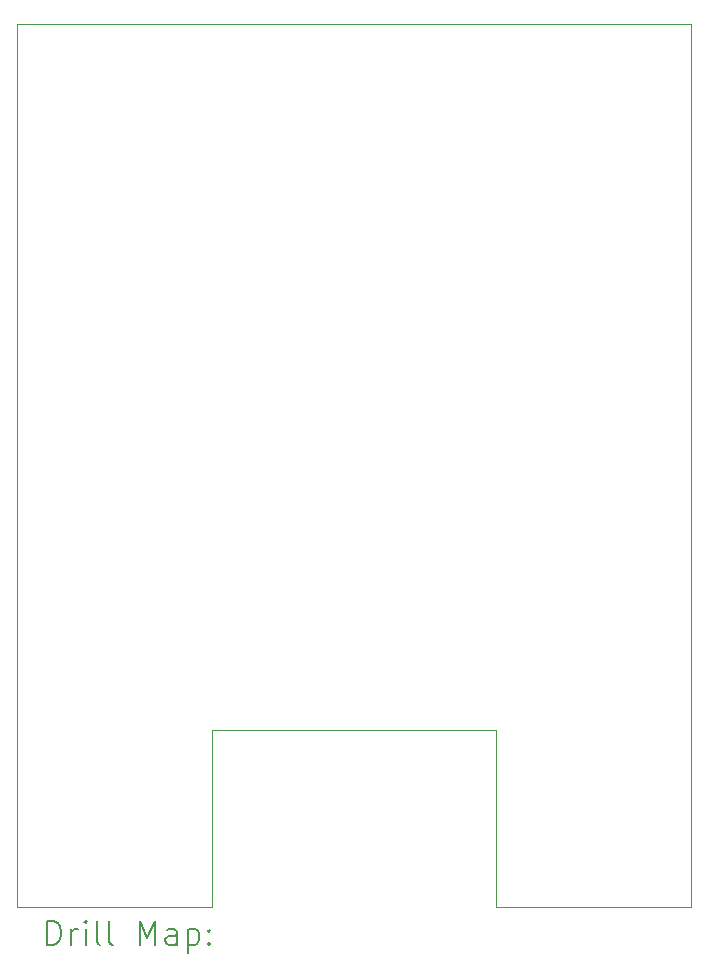
<source format=gbr>
%FSLAX45Y45*%
G04 Gerber Fmt 4.5, Leading zero omitted, Abs format (unit mm)*
G04 Created by KiCad (PCBNEW (6.0.4)) date 2022-04-21 02:31:55*
%MOMM*%
%LPD*%
G01*
G04 APERTURE LIST*
%TA.AperFunction,Profile*%
%ADD10C,0.100000*%
%TD*%
%ADD11C,0.200000*%
G04 APERTURE END LIST*
D10*
X5850000Y-9400000D02*
X3450000Y-9400000D01*
X1800000Y-10900000D02*
X1800000Y-3420000D01*
X7500000Y-3420000D02*
X7500000Y-10900000D01*
X1800000Y-3420000D02*
X7500000Y-3420000D01*
X1800000Y-10900000D02*
X3450000Y-10900000D01*
X3450000Y-10900000D02*
X3450000Y-9400000D01*
X5850000Y-10900000D02*
X5850000Y-9400000D01*
X7500000Y-10900000D02*
X5850000Y-10900000D01*
D11*
X2052619Y-11215476D02*
X2052619Y-11015476D01*
X2100238Y-11015476D01*
X2128810Y-11025000D01*
X2147857Y-11044048D01*
X2157381Y-11063095D01*
X2166905Y-11101190D01*
X2166905Y-11129762D01*
X2157381Y-11167857D01*
X2147857Y-11186905D01*
X2128810Y-11205952D01*
X2100238Y-11215476D01*
X2052619Y-11215476D01*
X2252619Y-11215476D02*
X2252619Y-11082143D01*
X2252619Y-11120238D02*
X2262143Y-11101190D01*
X2271667Y-11091667D01*
X2290714Y-11082143D01*
X2309762Y-11082143D01*
X2376429Y-11215476D02*
X2376429Y-11082143D01*
X2376429Y-11015476D02*
X2366905Y-11025000D01*
X2376429Y-11034524D01*
X2385952Y-11025000D01*
X2376429Y-11015476D01*
X2376429Y-11034524D01*
X2500238Y-11215476D02*
X2481190Y-11205952D01*
X2471667Y-11186905D01*
X2471667Y-11015476D01*
X2605000Y-11215476D02*
X2585952Y-11205952D01*
X2576429Y-11186905D01*
X2576429Y-11015476D01*
X2833571Y-11215476D02*
X2833571Y-11015476D01*
X2900238Y-11158333D01*
X2966905Y-11015476D01*
X2966905Y-11215476D01*
X3147857Y-11215476D02*
X3147857Y-11110714D01*
X3138333Y-11091667D01*
X3119286Y-11082143D01*
X3081190Y-11082143D01*
X3062143Y-11091667D01*
X3147857Y-11205952D02*
X3128809Y-11215476D01*
X3081190Y-11215476D01*
X3062143Y-11205952D01*
X3052619Y-11186905D01*
X3052619Y-11167857D01*
X3062143Y-11148810D01*
X3081190Y-11139286D01*
X3128809Y-11139286D01*
X3147857Y-11129762D01*
X3243095Y-11082143D02*
X3243095Y-11282143D01*
X3243095Y-11091667D02*
X3262143Y-11082143D01*
X3300238Y-11082143D01*
X3319286Y-11091667D01*
X3328809Y-11101190D01*
X3338333Y-11120238D01*
X3338333Y-11177381D01*
X3328809Y-11196428D01*
X3319286Y-11205952D01*
X3300238Y-11215476D01*
X3262143Y-11215476D01*
X3243095Y-11205952D01*
X3424048Y-11196428D02*
X3433571Y-11205952D01*
X3424048Y-11215476D01*
X3414524Y-11205952D01*
X3424048Y-11196428D01*
X3424048Y-11215476D01*
X3424048Y-11091667D02*
X3433571Y-11101190D01*
X3424048Y-11110714D01*
X3414524Y-11101190D01*
X3424048Y-11091667D01*
X3424048Y-11110714D01*
M02*

</source>
